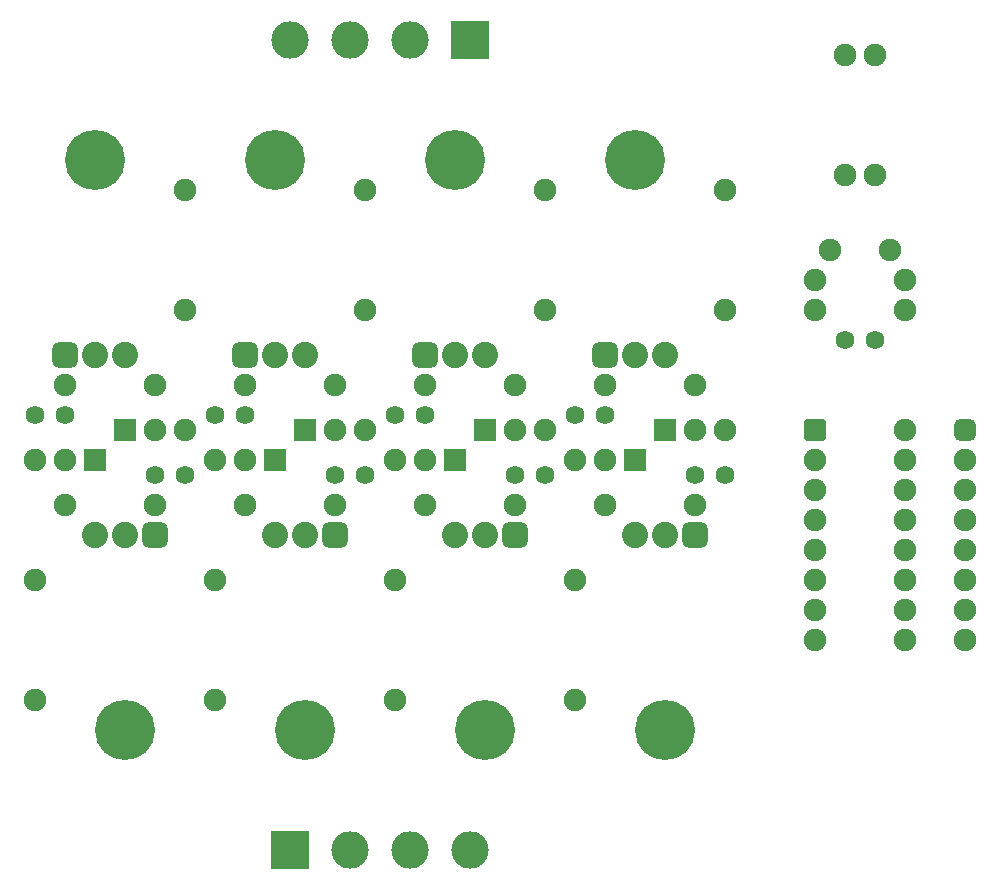
<source format=gbr>
%TF.GenerationSoftware,KiCad,Pcbnew,(6.0.0)*%
%TF.CreationDate,2023-06-08T10:59:27-04:00*%
%TF.ProjectId,OUTPUT,4f555450-5554-42e6-9b69-6361645f7063,rev?*%
%TF.SameCoordinates,Original*%
%TF.FileFunction,Soldermask,Bot*%
%TF.FilePolarity,Negative*%
%FSLAX46Y46*%
G04 Gerber Fmt 4.6, Leading zero omitted, Abs format (unit mm)*
G04 Created by KiCad (PCBNEW (6.0.0)) date 2023-06-08 10:59:27*
%MOMM*%
%LPD*%
G01*
G04 APERTURE LIST*
G04 Aperture macros list*
%AMRoundRect*
0 Rectangle with rounded corners*
0 $1 Rounding radius*
0 $2 $3 $4 $5 $6 $7 $8 $9 X,Y pos of 4 corners*
0 Add a 4 corners polygon primitive as box body*
4,1,4,$2,$3,$4,$5,$6,$7,$8,$9,$2,$3,0*
0 Add four circle primitives for the rounded corners*
1,1,$1+$1,$2,$3*
1,1,$1+$1,$4,$5*
1,1,$1+$1,$6,$7*
1,1,$1+$1,$8,$9*
0 Add four rect primitives between the rounded corners*
20,1,$1+$1,$2,$3,$4,$5,0*
20,1,$1+$1,$4,$5,$6,$7,0*
20,1,$1+$1,$6,$7,$8,$9,0*
20,1,$1+$1,$8,$9,$2,$3,0*%
G04 Aperture macros list end*
%ADD10C,1.587500*%
%ADD11RoundRect,0.635000X0.476250X0.476250X-0.476250X0.476250X-0.476250X-0.476250X0.476250X-0.476250X0*%
%ADD12C,5.080000*%
%ADD13C,2.222500*%
%ADD14C,1.905000*%
%ADD15RoundRect,0.381000X-0.571500X-0.571500X0.571500X-0.571500X0.571500X0.571500X-0.571500X0.571500X0*%
%ADD16RoundRect,0.635000X-0.476250X-0.476250X0.476250X-0.476250X0.476250X0.476250X-0.476250X0.476250X0*%
%ADD17C,3.175000*%
%ADD18R,3.175000X3.175000*%
%ADD19R,1.905000X1.905000*%
%ADD20RoundRect,0.635000X-0.317500X-0.317500X0.317500X-0.317500X0.317500X0.317500X-0.317500X0.317500X0*%
G04 APERTURE END LIST*
D10*
%TO.C,D4*%
X133350000Y-86360000D03*
X135890000Y-86360000D03*
%TD*%
D11*
%TO.C,T4*%
X143510000Y-96520000D03*
D12*
X140970000Y-113030000D03*
D13*
X140970000Y-96520000D03*
X138430000Y-96520000D03*
%TD*%
D14*
%TO.C,F3*%
X146050000Y-67310000D03*
X146050000Y-77470000D03*
%TD*%
D10*
%TO.C,D1*%
X115570000Y-91440000D03*
X113030000Y-91440000D03*
%TD*%
D14*
%TO.C,D8*%
X161290000Y-74930000D03*
X153670000Y-74930000D03*
%TD*%
%TO.C,C2*%
X160020000Y-72390000D03*
X154940000Y-72390000D03*
%TD*%
D15*
%TO.C,IC0*%
X153670000Y-87630000D03*
D14*
X153670000Y-90170000D03*
X153670000Y-92710000D03*
X153670000Y-95250000D03*
X153670000Y-97790000D03*
X153670000Y-100330000D03*
X153670000Y-102870000D03*
X153670000Y-105410000D03*
X161290000Y-105410000D03*
X161290000Y-102870000D03*
X161290000Y-100330000D03*
X161290000Y-97790000D03*
X161290000Y-95250000D03*
X161290000Y-92710000D03*
X161290000Y-90170000D03*
X161290000Y-87630000D03*
%TD*%
%TO.C,F4*%
X133350000Y-110490000D03*
X133350000Y-100330000D03*
%TD*%
D16*
%TO.C,T1*%
X105410000Y-81280000D03*
D12*
X107950000Y-64770000D03*
D13*
X107950000Y-81280000D03*
X110490000Y-81280000D03*
%TD*%
D14*
%TO.C,F2*%
X130810000Y-67310000D03*
X130810000Y-77470000D03*
%TD*%
D17*
%TO.C,H1*%
X109220000Y-54610000D03*
X114300000Y-54610000D03*
X119380000Y-54610000D03*
D18*
X124460000Y-54610000D03*
%TD*%
D11*
%TO.C,T5*%
X128270000Y-96520000D03*
D13*
X125730000Y-96520000D03*
D12*
X125730000Y-113030000D03*
D13*
X123190000Y-96520000D03*
%TD*%
D17*
%TO.C,H2*%
X124460000Y-123190000D03*
X119380000Y-123190000D03*
X114300000Y-123190000D03*
D18*
X109220000Y-123190000D03*
%TD*%
D11*
%TO.C,T7*%
X97790000Y-96520000D03*
D12*
X95250000Y-113030000D03*
D13*
X95250000Y-96520000D03*
X92710000Y-96520000D03*
%TD*%
D14*
%TO.C,R5*%
X128270000Y-93980000D03*
X120650000Y-93980000D03*
%TD*%
D19*
%TO.C,T15*%
X92710000Y-90170000D03*
D14*
X90170000Y-90170000D03*
X87630000Y-90170000D03*
%TD*%
D16*
%TO.C,T3*%
X135890000Y-81280000D03*
D12*
X138430000Y-64770000D03*
D13*
X138430000Y-81280000D03*
X140970000Y-81280000D03*
%TD*%
D14*
%TO.C,R1*%
X105410000Y-83820000D03*
X113030000Y-83820000D03*
%TD*%
D10*
%TO.C,D9*%
X158750000Y-80010000D03*
X156210000Y-80010000D03*
%TD*%
D14*
%TO.C,F7*%
X87630000Y-110490000D03*
X87630000Y-100330000D03*
%TD*%
%TO.C,R3*%
X135890000Y-83820000D03*
X143510000Y-83820000D03*
%TD*%
%TO.C,R2*%
X120650000Y-83820000D03*
X128270000Y-83820000D03*
%TD*%
%TO.C,C1*%
X158750000Y-66040000D03*
X156210000Y-66040000D03*
%TD*%
D19*
%TO.C,T13*%
X123190000Y-90170000D03*
D14*
X120650000Y-90170000D03*
X118110000Y-90170000D03*
%TD*%
D10*
%TO.C,D6*%
X102870000Y-86360000D03*
X105410000Y-86360000D03*
%TD*%
D14*
%TO.C,R6*%
X113030000Y-93980000D03*
X105410000Y-93980000D03*
%TD*%
D19*
%TO.C,T10*%
X125730000Y-87630000D03*
D14*
X128270000Y-87630000D03*
X130810000Y-87630000D03*
%TD*%
D16*
%TO.C,T0*%
X90170000Y-81280000D03*
D13*
X92710000Y-81280000D03*
D12*
X92710000Y-64770000D03*
D13*
X95250000Y-81280000D03*
%TD*%
D14*
%TO.C,R4*%
X143510000Y-93980000D03*
X135890000Y-93980000D03*
%TD*%
D10*
%TO.C,D3*%
X146050000Y-91440000D03*
X143510000Y-91440000D03*
%TD*%
%TO.C,D5*%
X118110000Y-86360000D03*
X120650000Y-86360000D03*
%TD*%
%TO.C,D2*%
X130810000Y-91440000D03*
X128270000Y-91440000D03*
%TD*%
D14*
%TO.C,F5*%
X118110000Y-110490000D03*
X118110000Y-100330000D03*
%TD*%
D10*
%TO.C,D7*%
X87630000Y-86360000D03*
X90170000Y-86360000D03*
%TD*%
D16*
%TO.C,T2*%
X120650000Y-81280000D03*
D13*
X123190000Y-81280000D03*
D12*
X123190000Y-64770000D03*
D13*
X125730000Y-81280000D03*
%TD*%
D11*
%TO.C,T6*%
X113030000Y-96520000D03*
D13*
X110490000Y-96520000D03*
D12*
X110490000Y-113030000D03*
D13*
X107950000Y-96520000D03*
%TD*%
D14*
%TO.C,C0*%
X158750000Y-55880000D03*
X156210000Y-55880000D03*
%TD*%
%TO.C,R7*%
X97790000Y-93980000D03*
X90170000Y-93980000D03*
%TD*%
D19*
%TO.C,T9*%
X110490000Y-87630000D03*
D14*
X113030000Y-87630000D03*
X115570000Y-87630000D03*
%TD*%
D20*
%TO.C,H0*%
X166370000Y-87630000D03*
D14*
X166370000Y-90170000D03*
X166370000Y-92710000D03*
X166370000Y-95250000D03*
X166347408Y-97788592D03*
X166347408Y-100328592D03*
X166347408Y-102870000D03*
X166347408Y-105410000D03*
%TD*%
D19*
%TO.C,T14*%
X107950000Y-90170000D03*
D14*
X105410000Y-90170000D03*
X102870000Y-90170000D03*
%TD*%
D19*
%TO.C,T8*%
X95250000Y-87630000D03*
D14*
X97790000Y-87630000D03*
X100330000Y-87630000D03*
%TD*%
D19*
%TO.C,T12*%
X138430000Y-90170000D03*
D14*
X135890000Y-90170000D03*
X133350000Y-90170000D03*
%TD*%
D19*
%TO.C,T11*%
X140970000Y-87630000D03*
D14*
X143510000Y-87630000D03*
X146050000Y-87630000D03*
%TD*%
%TO.C,F1*%
X115570000Y-67310000D03*
X115570000Y-77470000D03*
%TD*%
%TO.C,R0*%
X90170000Y-83820000D03*
X97790000Y-83820000D03*
%TD*%
D10*
%TO.C,D0*%
X100330000Y-91440000D03*
X97790000Y-91440000D03*
%TD*%
D14*
%TO.C,F0*%
X100330000Y-67310000D03*
X100330000Y-77470000D03*
%TD*%
%TO.C,R8*%
X161290000Y-77470000D03*
X153670000Y-77470000D03*
%TD*%
%TO.C,F6*%
X102870000Y-110490000D03*
X102870000Y-100330000D03*
%TD*%
M02*

</source>
